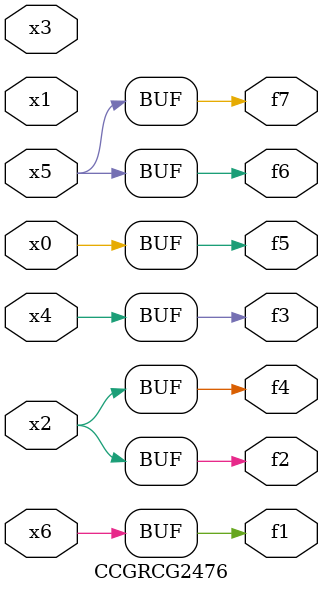
<source format=v>
module CCGRCG2476(
	input x0, x1, x2, x3, x4, x5, x6,
	output f1, f2, f3, f4, f5, f6, f7
);
	assign f1 = x6;
	assign f2 = x2;
	assign f3 = x4;
	assign f4 = x2;
	assign f5 = x0;
	assign f6 = x5;
	assign f7 = x5;
endmodule

</source>
